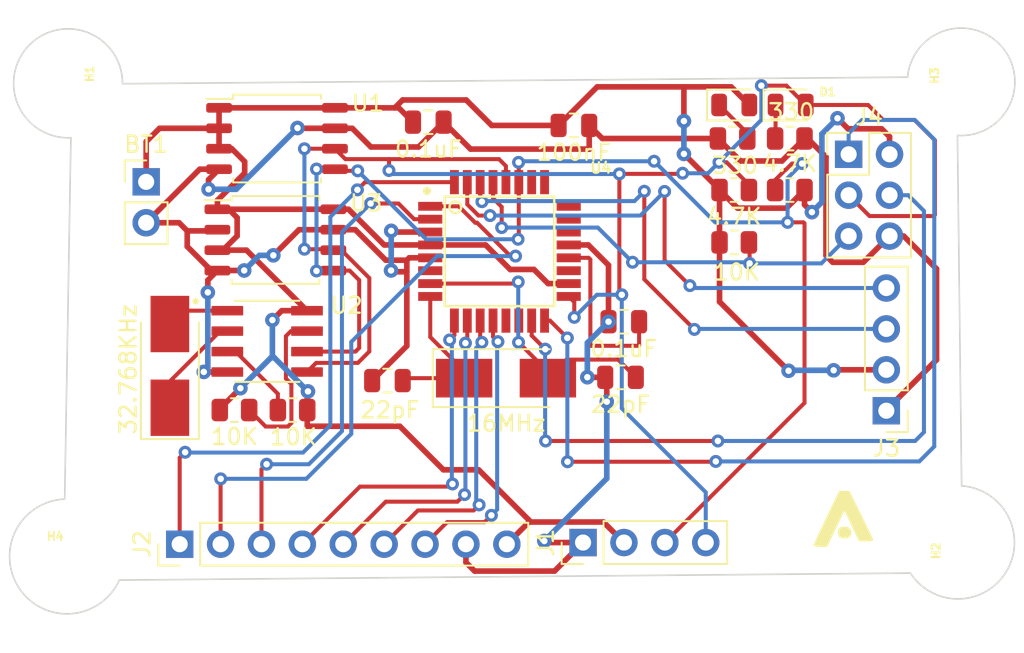
<source format=kicad_pcb>
(kicad_pcb (version 20211014) (generator pcbnew)
  (title_block (title "${project_name}") (date "2022-07-19"))
  (layers (0 "F.Cu" mixed) (31 "B.Cu" mixed) (34 "B.Paste" user) (35 "F.Paste" user) (36 "B.SilkS" user "B.Silkscreen") (37 "F.SilkS" user "F.Silkscreen") (38 "B.Mask" user) (39 "F.Mask" user) (44 "Edge.Cuts" user))
  (property "project_name" "MCU Datalogger with memory and clock")
  (net 0 "")
  (net 1 "GND")
  (net 2 "/Vcc")
  (net 3 "Net-(C2-Pad2)")
  (net 4 "Net-(C3-Pad1)")
  (net 5 "Net-(C4-Pad2)")
  (net 6 "Net-(D1-Pad1)")
  (net 7 "/SCK")
  (net 8 "Net-(D2-Pad1)")
  (net 9 "Net-(R1-Pad2)")
  (net 10 "Net-(R2-Pad2)")
  (net 11 "/SDA")
  (net 12 "/RESET")
  (net 13 "Net-(U2-Pad1)")
  (net 14 "Net-(U2-Pad2)")
  (net 15 "/D3")
  (net 16 "/D4")
  (net 18 "/D5")
  (net 19 "/D6")
  (net 20 "/D7")
  (net 21 "/D8")
  (net 24 "/MOSI")
  (net 25 "/MISO")
  (net 32 "/RX")
  (net 33 "/TX")
  (net 34 "/D2")
  (footprint "FootPrints:SOIC127P600X175-8N" (layer "F.Cu") (at 163.0658 76.962)
    (fp_text reference "U2")
    (fp_text value "DS1337S+")
  )
  (footprint "Capacitor_SMD:C_0805_2012Metric" (layer "F.Cu") (at 185.0136 79.1972)
    (fp_text reference "C2" hide)
    (fp_text value "22pF")
  )
  (footprint "Crystal:Crystal_SMD_5032-2Pin_5.0x3.2mm_HandSoldering" (layer "F.Cu") (at 157.0228 78.486 90)
    (fp_text reference "Y1" hide)
    (fp_text value "32.768KHz")
  )
  (footprint "FootPrints:QFP80P900X900X120-32N" (layer "F.Cu") (at 177.4952 71.374)
    (fp_text reference "U4")
    (fp_text value "ATMEGA328P-AU")
  )
  (footprint "Resistor_SMD:R_0805_2012Metric" (layer "F.Cu") (at 195.5292 64.3636 180)
    (fp_text reference "R5" hide)
    (fp_text value "330")
  )
  (footprint "Crystal:Crystal_SMD_5032-2Pin_5.0x3.2mm_HandSoldering" (layer "F.Cu") (at 177.9016 79.248)
    (fp_text reference "Y2" hide)
    (fp_text value "16MHz")
  )
  (footprint "MountingHole:MountingHole_2.1mm" (layer "F.Cu") (at 150.622 60.9092 -90)
    (fp_text reference "H1")
    (fp_text value "MountingHole")
  )
  (footprint "Resistor_SMD:R_0805_2012Metric" (layer "F.Cu") (at 161.036 81.2292)
    (fp_text reference "R2" hide)
    (fp_text value "10K")
  )
  (footprint "Capacitor_SMD:C_0805_2012Metric" (layer "F.Cu") (at 185.2168 75.7428)
    (fp_text reference "C4" hide)
    (fp_text value "0.1uF")
  )
  (footprint "Connector_PinHeader_2.54mm:PinHeader_1x04_P2.54mm_Vertical" (layer "F.Cu") (at 201.5236 81.27 180)
    (fp_text reference "J3")
    (fp_text value "Conn_01x04_Male")
  )
  (footprint "Resistor_SMD:R_0805_2012Metric" (layer "F.Cu") (at 192.0748 67.564)
    (fp_text reference "R3" hide)
    (fp_text value "4.7K")
  )
  (footprint "Capacitor_SMD:C_0805_2012Metric" (layer "F.Cu") (at 173.0756 63.3476)
    (fp_text reference "C1" hide)
    (fp_text value "0.1uF")
  )
  (footprint "ayprologo:logo_1" (layer "F.Cu") (at 198.92 87.74)
    (fp_text reference "REF**" hide)
    (fp_text value "logo_1")
  )
  (footprint "Capacitor_SMD:C_0805_2012Metric" (layer "F.Cu") (at 170.5356 79.4004 180)
    (fp_text reference "C3" hide)
    (fp_text value "22pF")
  )
  (footprint "MountingHole:MountingHole_2.1mm" (layer "F.Cu") (at 206.03 89.47 90)
    (fp_text reference "H2")
    (fp_text value "MountingHole")
  )
  (footprint "Connector_PinHeader_2.54mm:PinHeader_1x04_P2.54mm_Vertical" (layer "F.Cu") (at 182.6868 89.4588 90)
    (fp_text reference "J1")
    (fp_text value "Conn_01x04_Male")
  )
  (footprint "Connector_PinHeader_2.54mm:PinHeader_1x02_P2.54mm_Vertical" (layer "F.Cu") (at 155.5496 67.056)
    (fp_text reference "BT1")
    (fp_text value "Battery")
  )
  (footprint "MountingHole:MountingHole_2.1mm" (layer "F.Cu") (at 205.994 60.96 90)
    (fp_text reference "H3")
    (fp_text value "MountingHole")
  )
  (footprint "LED_SMD:LED_0805_2012Metric" (layer "F.Cu") (at 195.58 62.2808)
    (fp_text reference "D1")
    (fp_text value "LED" hide)
  )
  (footprint "Package_SO:SOIC-8_5.23x5.23mm_P1.27mm" (layer "F.Cu") (at 163.576 70.6628)
    (fp_text reference "U3")
    (fp_text value "24LC1025")
  )
  (footprint "Resistor_SMD:R_0805_2012Metric" (layer "F.Cu") (at 164.6428 81.2292 180)
    (fp_text reference "R1" hide)
    (fp_text value "10K")
  )
  (footprint "Capacitor_SMD:C_0805_2012Metric" (layer "F.Cu") (at 182.118 63.5508)
    (fp_text reference "C5" hide)
    (fp_text value "100nF")
  )
  (footprint "Resistor_SMD:R_0805_2012Metric" (layer "F.Cu") (at 195.5292 67.564 180)
    (fp_text reference "R4" hide)
    (fp_text value "4.7K")
  )
  (footprint "MountingHole:MountingHole_2.1mm" (layer "F.Cu") (at 150.52 90.45 -90)
    (fp_text reference "H4")
    (fp_text value "MountingHole")
  )
  (footprint "Resistor_SMD:R_0805_2012Metric" (layer "F.Cu") (at 191.9732 64.3636 180)
    (fp_text reference "R7" hide)
    (fp_text value "330")
  )
  (footprint "LED_SMD:LED_0805_2012Metric" (layer "F.Cu") (at 192.0748 62.2808)
    (fp_text reference "D2" hide)
    (fp_text value "LED" hide)
  )
  (footprint "Resistor_SMD:R_0805_2012Metric" (layer "F.Cu") (at 192.0748 70.8152)
    (fp_text reference "R6" hide)
    (fp_text value "10K")
  )
  (footprint "Connector_PinHeader_2.54mm:PinHeader_1x09_P2.54mm_Vertical" (layer "F.Cu") (at 157.6324 89.5604 90)
    (fp_text reference "J2")
    (fp_text value "Conn_01x09_Male")
  )
  (footprint "Connector_PinHeader_2.54mm:PinHeader_2x03_P2.54mm_Vertical" (layer "F.Cu") (at 199.1818 65.3438)
    (fp_text reference "J4")
    (fp_text value "Conn_02x03_Odd_Even")
  )
  (footprint "Package_SO:SOIC-8_5.23x5.23mm_P1.27mm" (layer "F.Cu") (at 163.6776 64.3636)
    (fp_text reference "U1")
    (fp_text value "24LC1025")
  )
  (gr_line (start 154.08208 60.960085) (end 202.844401 60.5536) (layer "Edge.Cuts") (width 0.1))
  (gr_arc (start 153.88 91.79) (mid 147.675544 92.314047) (end 150.49023 86.76) (layer "Edge.Cuts") (width 0.1))
  (gr_line (start 203.019225 91.356579) (end 153.88 91.79) (layer "Edge.Cuts") (width 0.1))
  (gr_arc (start 202.844401 60.5536) (mid 208.705925 58.673738) (end 205.940065 64.172954) (layer "Edge.Cuts") (width 0.1))
  (gr_arc (start 206.2 85.940001) (mid 208.997437 91.224941) (end 203.019225 91.356579) (layer "Edge.Cuts") (width 0.1))
  (gr_line (start 205.940065 64.172954) (end 206.2 85.940001) (layer "Edge.Cuts") (width 0.1))
  (gr_arc (start 150.876 64.3128) (mid 148.255704 58.597819) (end 154.08208 60.960085) (layer "Edge.Cuts") (width 0.1))
  (gr_line (start 150.49023 86.76) (end 150.876 64.3128) (layer "Edge.Cuts") (width 0.1))
  (segment (start 171.74 77.246) (end 171.74 72.64) (width 0.35) (layer "F.Cu") (net 1))
  (segment (start 204.64 78.11) (end 204.64 72.46) (width 0.35) (layer "F.Cu") (net 1))
  (segment (start 159.13 78.86) (end 159.137 78.867) (width 0.35) (layer "F.Cu") (net 1))
  (segment (start 158.877 66.2686) (end 155.5496 69.596) (width 0.35) (layer "F.Cu") (net 1))
  (segment (start 184.2668 75.7428) (end 184.2668 72.228982) (width 0.35) (layer "F.Cu") (net 1))
  (segment (start 168.539272 70.0278) (end 170.431472 71.92) (width 0.35) (layer "F.Cu") (net 1))
  (segment (start 196.6336 64.3636) (end 197.774869 65.504869) (width 0.35) (layer "F.Cu") (net 1))
  (segment (start 202.6038 70.4238) (end 201.7218 70.4238) (width 0.35) (layer "F.Cu") (net 1))
  (segment (start 167.2776 63.7286) (end 164.9686 63.7286) (width 0.35) (layer "F.Cu") (net 1))
  (segment (start 180.9156 91.23) (end 182.6868 89.4588) (width 0.35) (layer "F.Cu") (net 1))
  (segment (start 174.0256 63.3476) (end 174.0124 63.3476) (width 0.35) (layer "F.Cu") (net 1))
  (segment (start 160.0776 66.2686) (end 158.877 66.2686) (width 0.35) (layer "F.Cu") (net 1))
  (segment (start 159.426634 67.516634) (end 159.426634 66.919566) (width 0.35) (layer "F.Cu") (net 1))
  (segment (start 159.426634 66.919566) (end 160.0776 66.2686) (width 0.35) (layer "F.Cu") (net 1))
  (segment (start 175.95 91.23) (end 180.9156 91.23) (width 0.35) (layer "F.Cu") (net 1))
  (segment (start 192.4571 65.76) (end 195.0453 65.76) (width 0.35) (layer "F.Cu") (net 1))
  (segment (start 165.0422 70.0278) (end 163.45 71.62) (width 0.35) (layer "F.Cu") (net 1))
  (segment (start 200.0956 72.05) (end 201.7218 70.4238) (width 0.35) (layer "F.Cu") (net 1))
  (segment (start 204.64 72.46) (end 202.6038 70.4238) (width 0.35) (layer "F.Cu") (net 1))
  (segment (start 183.09 65.02) (end 175.698 65.02) (width 0.35) (layer "F.Cu") (net 1))
  (segment (start 182.6868 89.4588) (end 180.3788 89.4588) (width 0.35) (layer "F.Cu") (net 1))
  (segment (start 173.1952 70.174) (end 170.8445 70.174) (width 0.35) (layer "F.Cu") (net 1))
  (segment (start 161.64 72.56) (end 159.9838 72.56) (width 0.35) (layer "F.Cu") (net 1))
  (segment (start 172.47 64.89) (end 169.51 64.89) (width 0.35) (layer "F.Cu") (net 1))
  (segment (start 167.176 70.0278) (end 168.539272 70.0278) (width 0.35) (layer "F.Cu") (net 1))
  (segment (start 201.5236 81.2264) (end 204.64 78.11) (width 0.35) (layer "F.Cu") (net 1))
  (segment (start 159.596 72.5678) (end 158.1 71.0718) (width 0.35) (layer "F.Cu") (net 1))
  (segment (start 174.0124 63.3476) (end 172.47 64.89) (width 0.35) (layer "F.Cu") (net 1))
  (segment (start 164.9686 63.7286) (end 164.95 63.71) (width 0.35) (layer "F.Cu") (net 1))
  (segment (start 183.068 64.998) (end 183.09 65.02) (width 0.35) (layer "F.Cu") (net 1))
  (segment (start 167.176 70.0278) (end 165.0422 70.0278) (width 0.35) (layer "F.Cu") (net 1))
  (segment (start 195.0453 65.76) (end 196.052791 64.752509) (width 0.35) (layer "F.Cu") (net 1))
  (segment (start 184.2668 72.228982) (end 183.011818 70.974) (width 0.35) (layer "F.Cu") (net 1))
  (segment (start 170.84 72.64) (end 171.74 72.64) (width 0.35) (layer "F.Cu") (net 1))
  (segment (start 159.9038 70.1) (end 159.976 70.0278) (width 0.35) (layer "F.Cu") (net 1))
  (segment (start 191.0607 64.3636) (end 183.8808 64.3636) (width 0.35) (layer "F.Cu") (net 1))
  (segment (start 184.16 80.71) (end 184.16 79.2936) (width 0.35) (layer "F.Cu") (net 1))
  (segment (start 180.3788 89.4588) (end 180.28 89.36) (width 0.35) (layer "F.Cu") (net 1))
  (segment (start 175.698 65.02) (end 174.0256 63.3476) (width 0.35) (layer "F.Cu") (net 1))
  (segment (start 157.596 69.596) (end 158.1 70.1) (width 0.35) (layer "F.Cu") (net 1))
  (segment (start 169.51 64.89) (end 168.3486 63.7286) (width 0.35) (layer "F.Cu") (net 1))
  (segment (start 183.068 63.5508) (end 183.068 64.998) (width 0.35) (layer "F.Cu") (net 1))
  (segment (start 158.1 70.1) (end 159.9038 70.1) (width 0.35) (layer "F.Cu") (net 1))
  (segment (start 175.4124 90.6924) (end 175.95 91.23) (width 0.35) (layer "F.Cu") (net 1))
  (segment (start 197.774869 71.634869) (end 198.19 72.05) (width 0.35) (layer "F.Cu") (net 1))
  (segment (start 171.886 71.774) (end 173.1952 71.774) (width 0.35) (layer "F.Cu") (net 1))
  (segment (start 196.4417 64.3636) (end 196.6336 64.3636) (width 0.35) (layer "F.Cu") (net 1))
  (segment (start 191.0607 64.3636) (end 192.4571 65.76) (width 0.35) (layer "F.Cu") (net 1))
  (segment (start 170.8445 70.174) (end 170.77 70.0995) (width 0.35) (layer "F.Cu") (net 1))
  (segment (start 175.4124 89.5604) (end 175.4124 90.6924) (width 0.35) (layer "F.Cu") (net 1))
  (segment (start 184.0636 79.1972) (end 182.958302 79.1972) (width 0.35) (layer "F.Cu") (net 1))
  (segment (start 159.38 73.92) (end 159.38 73.1638) (width 0.35) (layer "F.Cu") (net 1))
  (segment (start 155.5496 69.596) (end 157.596 69.596) (width 0.35) (layer "F.Cu") (net 1))
  (segment (start 183.8808 64.3636) (end 183.068 63.5508) (width 0.35) (layer "F.Cu") (net 1))
  (segment (start 158.1 71.0718) (end 158.1 70.1) (width 0.35) (layer "F.Cu") (net 1))
  (segment (start 198.19 72.05) (end 200.0956 72.05) (width 0.35) (layer "F.Cu") (net 1))
  (segment (start 184.16 79.2936) (end 184.0636 79.1972) (width 0.35) (layer "F.Cu") (net 1))
  (segment (start 197.774869 65.504869) (end 197.774869 71.634869) (width 0.35) (layer "F.Cu") (net 1))
  (segment (start 159.38 73.1638) (end 159.976 72.5678) (width 0.35) (layer "F.Cu") (net 1))
  (segment (start 169.5856 79.4004) (end 171.74 77.246) (width 0.35) (layer "F.Cu") (net 1))
  (segment (start 183.011818 70.974) (end 181.7952 70.974) (width 0.35) (layer "F.Cu") (net 1))
  (segment (start 170.431472 71.92) (end 171.74 71.92) (width 0.35) (layer "F.Cu") (net 1))
  (segment (start 171.74 72.64) (end 171.74 71.92) (width 0.35) (layer "F.Cu") (net 1))
  (segment (start 182.958302 79.1972) (end 182.951102 79.19) (width 0.35) (layer "F.Cu") (net 1))
  (segment (start 201.5236 81.27) (end 201.5236 81.2264) (width 0.35) (layer "F.Cu") (net 1))
  (segment (start 159.976 72.5678) (end 159.596 72.5678) (width 0.35) (layer "F.Cu") (net 1))
  (segment (start 171.74 71.92) (end 171.886 71.774) (width 0.35) (layer "F.Cu") (net 1))
  (segment (start 170.76 72.56) (end 170.84 72.64) (width 0.35) (layer "F.Cu") (net 1))
  (segment (start 159.9838 72.56) (end 159.976 72.5678) (width 0.35) (layer "F.Cu") (net 1))
  (segment (start 168.3486 63.7286) (end 167.2776 63.7286) (width 0.35) (layer "F.Cu") (net 1))
  (segment (start 159.137 78.867) (end 160.5908 78.867) (width 0.35) (layer "F.Cu") (net 1))
  (via (at 164.95 63.71) (size 0.9) (drill 0.4) (layers "F.Cu" "B.Cu") (net 1))
  (via (at 180.28 89.36) (size 0.9) (drill 0.4) (layers "F.Cu" "B.Cu") (net 1))
  (via (at 184.2668 75.7428) (size 0.9) (drill 0.4) (layers "F.Cu" "B.Cu") (net 1))
  (via (at 170.76 72.56) (size 0.9) (drill 0.4) (layers "F.Cu" "B.Cu") (net 1))
  (via (at 159.38 73.92) (size 0.9) (drill 0.4) (layers "F.Cu" "B.Cu") (net 1))
  (via (at 159.13 78.86) (size 0.9) (drill 0.4) (layers "F.Cu" "B.Cu") (net 1))
  (via (at 170.77 70.0995) (size 0.9) (drill 0.4) (layers "F.Cu" "B.Cu") (net 1))
  (via (at 163.45 71.62) (size 0.9) (drill 0.4) (layers "F.Cu" "B.Cu") (net 1))
  (via (at 184.16 80.71) (size 0.9) (drill 0.4) (layers "F.Cu" "B.Cu") (net 1))
  (via (at 182.951102 79.19) (size 0.9) (drill 0.4) (layers "F.Cu" "B.Cu") (net 1))
  (via (at 159.426634 67.516634) (size 0.9) (drill 0.4) (layers "F.Cu" "B.Cu") (net 1))
  (via (at 161.64 72.56) (size 0.9) (drill 0.4) (layers "F.Cu" "B.Cu") (net 1))
  (segment (start 161.143366 67.516634) (end 159.426634 67.516634) (width 0.35) (layer "B.Cu") (net 1))
  (segment (start 162.58 71.62) (end 161.64 72.56) (width 0.35) (layer "B.Cu") (net 1))
  (segment (start 159.38 78.61) (end 159.38 73.92) (width 0.35) (layer "B.Cu") (net 1))
  (segment (start 184.16 85.48) (end 184.16 80.71) (width 0.35) (layer "B.Cu") (net 1))
  (segment (start 164.95 63.71) (end 161.143366 67.516634) (width 0.35) (layer "B.Cu") (net 1))
  (segment (start 170.77 70.0995) (end 170.77 72.55) (width 0.35) (layer "B.Cu") (net 1))
  (segment (start 159.13 78.86) (end 159.38 78.61) (width 0.35) (layer "B.Cu") (net 1))
  (segment (start 182.951102 79.19) (end 182.951102 77.058498) (width 0.35) (layer "B.Cu") (net 1))
  (segment (start 163.45 71.62) (end 162.58 71.62) (width 0.35) (layer "B.Cu") (net 1))
  (segment (start 170.77 72.55) (end 170.76 72.56) (width 0.35) (layer "B.Cu") (net 1))
  (segment (start 182.951102 77.058498) (end 184.2668 75.7428) (width 0.35) (layer "B.Cu") (net 1))
  (segment (start 180.28 89.36) (end 184.16 85.48) (width 0.35) (layer "B.Cu") (net 1))
  (segment (start 163.973 75.057) (end 165.5408 75.057) (width 0.35) (layer "F.Cu") (net 2))
  (segment (start 165.5553 81.2292) (end 165.5553 82.2347) (width 0.35) (layer "F.Cu") (net 2))
  (segment (start 160.319173 71.2978) (end 161.201 70.415973) (width 0.35) (layer "F.Cu") (net 2))
  (segment (start 195.3167 68.689) (end 196.4417 67.564) (width 0.35) (layer "F.Cu") (net 2))
  (segment (start 156.3814 63.7286) (end 160.0776 63.7286) (width 0.35) (layer "F.Cu") (net 2))
  (segment (start 183.9518 88.1838) (end 185.2268 89.4588) (width 0.35) (layer "F.Cu") (net 2))
  (segment (start 201.23 63.76) (end 201.7218 64.2518) (width 0.35) (layer "F.Cu") (net 2))
  (segment (start 165.5553 80.1147) (end 165.6 80.07) (width 0.35) (layer "F.Cu") (net 2))
  (segment (start 160.8686 64.9986) (end 160.0776 64.9986) (width 0.35) (layer "F.Cu") (net 2))
  (segment (start 198.28 78.73) (end 198.25 78.76) (width 0.35) (layer "F.Cu") (net 2))
  (segment (start 198.49 63.1053) (end 199.1447 63.76) (width 0.35) (layer "F.Cu") (net 2))
  (segment (start 161.67 65.8) (end 160.8686 64.9986) (width 0.35) (layer "F.Cu") (net 2))
  (segment (start 174.01 84.94) (end 176.2 84.94) (width 0.35) (layer "F.Cu") (net 2))
  (segment (start 160.1235 81.2292) (end 160.1235 81.152659) (width 0.35) (layer "F.Cu") (net 2))
  (segment (start 191.8873 61.1558) (end 188.9658 61.1558) (width 0.35) (layer "F.Cu") (net 2))
  (segment (start 188.9658 61.1558) (end 183.563 61.1558) (width 0.35) (layer "F.Cu") (net 2))
  (segment (start 168.1178 68.7578) (end 167.176 68.7578) (width 0.35) (layer "F.Cu") (net 2))
  (segment (start 160.6778 68.7578) (end 159.976 68.7578) (width 0.35) (layer "F.Cu") (net 2))
  (segment (start 176.2 84.94) (end 179.329 88.069) (width 0.35) (layer "F.Cu") (net 2))
  (segment (start 199.1447 63.76) (end 201.23 63.76) (width 0.35) (layer "F.Cu") (net 2))
  (segment (start 160.0776 64.9986) (end 160.0776 63.7286) (width 0.35) (layer "F.Cu") (net 2))
  (segment (start 195.45 78.79) (end 191.1623 74.5023) (width 0.35) (layer "F.Cu") (net 2))
  (segment (start 160.1235 81.152659) (end 161.403442 79.872717) (width 0.35) (layer "F.Cu") (net 2))
  (segment (start 191.1623 74.5023) (end 191.1623 70.8152) (width 0.35) (layer "F.Cu") (net 2))
  (segment (start 196.4417 68.477299) (end 196.899869 68.935468) (width 0.35) (layer "F.Cu") (net 2))
  (segment (start 177.0108 63.5508) (end 175.43 61.97) (width 0.35) (layer "F.Cu") (net 2))
  (segment (start 180.514 73.374) (end 181.7952 73.374) (width 0.35) (layer "F.Cu") (net 2))
  (segment (start 159.976 71.2978) (end 160.319173 71.2978) (width 0.35) (layer "F.Cu") (net 2))
  (segment (start 171.3047 82.2347) (end 174.01 84.94) (width 0.35) (layer "F.Cu") (net 2))
  (segment (start 159.976 68.204) (end 161.67 66.51) (width 0.35) (layer "F.Cu") (net 2))
  (segment (start 171.48 61.97) (end 170.9914 62.4586) (width 0.35) (layer "F.Cu") (net 2))
  (segment (start 173.1952 70.974) (end 176.634 70.974) (width 0.35) (layer "F.Cu") (net 2))
  (segment (start 159.976 68.7578) (end 167.176 68.7578) (width 0.35) (layer "F.Cu") (net 2))
  (segment (start 159.976 68.7578) (end 159.976 68.204) (width 0.35) (layer "F.Cu") (net 2))
  (segment (start 191.1623 70.8152) (end 191.1623 67.564) (width 0.35) (layer "F.Cu") (net 2))
  (segment (start 165.5553 81.2292) (end 165.5553 80.1147) (width 0.35) (layer "F.Cu") (net 2))
  (segment (start 170.334 70.974) (end 168.1178 68.7578) (width 0.35) (layer "F.Cu") (net 2))
  (segment (start 201.7218 64.2518) (end 201.7218 65.3438) (width 0.35) (layer "F.Cu") (net 2))
  (segment (start 170.9914 62.4586) (end 167.2776 62.4586) (width 0.35) (layer "F.Cu") (net 2))
  (segment (start 179.329 88.069) (end 179.329 88.1838) (width 0.35) (layer "F.Cu") (net 2))
  (segment (start 161.201 69.281) (end 160.6778 68.7578) (width 0.35) (layer "F.Cu") (net 2))
  (segment (start 163.39 75.64) (end 163.973 75.057) (width 0.35) (layer "F.Cu") (net 2))
  (segment (start 161.201 70.415973) (end 161.201 69.281) (width 0.35) (layer "F.Cu") (net 2))
  (segment (start 179.329 88.1838) (end 183.9518 88.1838) (width 0.35) (layer "F.Cu") (net 2))
  (segment (start 191.1623 67.5323) (end 188.95 65.32) (width 0.35) (layer "F.Cu") (net 2))
  (segment (start 188.95 63.28) (end 188.95 61.1716) (width 0.35) (layer "F.Cu") (net 2))
  (segment (start 181.168 63.5508) (end 177.0108 63.5508) (width 0.35) (layer "F.Cu") (net 2))
  (segment (start 183.563 61.1558) (end 181.168 63.5508) (width 0.35) (layer "F.Cu") (net 2))
  (segment (start 165.5553 82.2347) (end 171.3047 82.2347) (width 0.35) (layer "F.Cu") (net 2))
  (segment (start 176.634 70.974) (end 178.16 72.5) (width 0.35) (layer "F.Cu") (net 2))
  (segment (start 171.2366 62.4586) (end 170.9914 62.4586) (width 0.35) (layer "F.Cu") (net 2))
  (segment (start 192.2873 68.689) (end 191.1623 67.564) (width 0.35) (layer "F.Cu") (net 2))
  (segment (start 155.5496 67.056) (end 155.5496 64.5604) (width 0.35) (layer "F.Cu") (net 2))
  (segment (start 188.95 61.1716) (end 188.9658 61.1558) (width 0.35) (layer "F.Cu") (net 2))
  (segment (start 155.5496 64.5604) (end 156.3814 63.7286) (width 0.35) (layer "F.Cu") (net 2))
  (segment (start 165.5408 75.057) (end 161.7816 71.2978) (width 0.35) (layer "F.Cu") (net 2))
  (segment (start 177.9524 89.5604) (end 179.329 88.1838) (width 0.35) (layer "F.Cu") (net 2))
  (segment (start 175.43 61.97) (end 171.48 61.97) (width 0.35) (layer "F.Cu") (net 2))
  (segment (start 179.635 72.495) (end 180.514 73.374) (width 0.35) (layer "F.Cu") (net 2))
  (segment (start 178.165 72.495) (end 179.635 72.495) (width 0.35) (layer "F.Cu") (net 2))
  (segment (start 193.0123 62.2808) (end 191.8873 61.1558) (width 0.35) (layer "F.Cu") (net 2))
  (segment (start 192.2873 68.689) (end 195.3167 68.689) (width 0.35) (layer "F.Cu") (net 2))
  (segment (start 178.16 72.5) (end 178.165 72.495) (width 0.35) (layer "F.Cu") (net 2))
  (segment (start 173.1952 70.974) (end 170.334 70.974) (width 0.35) (layer "F.Cu") (net 2))
  (segment (start 201.5236 78.73) (end 198.28 78.73) (width 0.35) (layer "F.Cu") (net 2))
  (segment (start 191.1623 67.564) (end 191.1623 67.5323) (width 0.35) (layer "F.Cu") (net 2))
  (segment (start 161.7816 71.2978) (end 159.976 71.2978) (width 0.35) (layer "F.Cu") (net 2))
  (segment (start 167.2776 62.4586) (end 160.0776 62.4586) (width 0.35) (layer "F.Cu") (net 2))
  (segment (start 160.0776 62.4586) (end 160.0776 63.7286) (width 0.35) (layer "F.Cu") (net 2))
  (segment (start 196.4417 67.564) (end 196.4417 68.477299) (width 0.35) (layer "F.Cu") (net 2))
  (segment (start 172.1256 63.3476) (end 171.2366 62.4586) (width 0.35) (layer "F.Cu") (net 2))
  (segment (start 161.67 66.51) (end 161.67 65.8) (width 0.35) (layer "F.Cu") (net 2))
  (via (at 195.45 78.79) (size 0.9) (drill 0.4) (layers "F.Cu" "B.Cu") (net 2))
  (via (at 188.95 65.32) (size 0.9) (drill 0.4) (layers "F.Cu" "B.Cu") (net 2))
  (via (at 188.95 63.28) (size 0.9) (drill 0.4) (layers "F.Cu" "B.Cu") (net 2))
  (via (at 198.49 63.1053) (size 0.9) (drill 0.4) (layers "F.Cu" "B.Cu") (net 2))
  (via (at 165.6 80.07) (size 0.9) (drill 0.4) (layers "F.Cu" "B.Cu") (net 2))
  (via (at 198.25 78.76) (size 0.9) (drill 0.4) (layers "F.Cu" "B.Cu") (net 2))
  (via (at 196.899869 68.935468) (size 0.9) (drill 0.4) (layers "F.Cu" "B.Cu") (net 2))
  (via (at 163.39 75.64) (size 0.9) (drill 0.4) (layers "F.Cu" "B.Cu") (net 2))
  (via (at 161.403442 79.872717) (size 0.9) (drill 0.4) (layers "F.Cu" "B.Cu") (net 2))
  (segment (start 197.52 68.315337) (end 197.52 66.82) (width 0.35) (layer "B.Cu") (net 2))
  (segment (start 197.52 66.82) (end 197.52 64.0753) (width 0.35) (layer "B.Cu") (net 2))
  (segment (start 163.39 77.86) (end 163.39 75.64) (width 0.35) (layer "B.Cu") (net 2))
  (segment (start 197.52 64.0753) (end 198.49 63.1053) (width 0.35) (layer "B.Cu") (net 2))
  (segment (start 163.51 77.98) (end 163.39 77.86) (width 0.35) (layer "B.Cu") (net 2))
  (segment (start 198.25 78.76) (end 195.48 78.76) (width 0.35) (layer "B.Cu") (net 2))
  (segment (start 195.48 78.76) (end 195.45 78.79) (width 0.35) (layer "B.Cu") (net 2))
  (segment (start 196.899869 68.935468) (end 197.52 68.315337) (width 0.35) (layer "B.Cu") (net 2))
  (segment (start 163.296159 77.98) (end 163.51 77.98) (width 0.35) (layer "B.Cu") (net 2))
  (segment (start 188.95 65.32) (end 188.95 63.28) (width 0.35) (layer "B.Cu") (net 2))
  (segment (start 165.6 80.07) (end 163.51 77.98) (width 0.35) (layer "B.Cu") (net 2))
  (segment (start 161.403442 79.872717) (end 163.296159 77.98) (width 0.35) (layer "B.Cu") (net 2))
  (segment (start 180.5016 79.248) (end 181.6524 78.0972) (width 0.25) (layer "F.Cu") (net 3))
  (segment (start 173.1952 73.374) (end 178.556 73.374) (width 0.25) (layer "F.Cu") (net 3))
  (segment (start 178.556 73.374) (end 178.66 73.27) (width 0.25) (layer "F.Cu") (net 3))
  (segment (start 184.8636 78.0972) (end 185.9636 79.1972) (width 0.25) (layer "F.Cu") (net 3))
  (segment (start 180.5016 78.845102) (end 180.5016 79.248) (width 0.25) (layer "F.Cu") (net 3))
  (segment (start 181.6524 78.0972) (end 184.8636 78.0972) (width 0.25) (layer "F.Cu") (net 3))
  (segment (start 178.68 77.023502) (end 180.5016 78.845102) (width 0.25) (layer "F.Cu") (net 3))
  (via (at 178.68 77.023502) (size 0.8) (drill 0.4) (layers "F.Cu" "B.Cu") (net 3))
  (via (at 178.66 73.27) (size 0.8) (drill 0.4) (layers "F.Cu" "B.Cu") (net 3))
  (segment (start 178.66 77.003502) (end 178.68 77.023502) (width 0.25) (layer "B.Cu") (net 3))
  (segment (start 178.66 73.27) (end 178.66 77.003502) (width 0.25) (layer "B.Cu") (net 3))
  (segment (start 175.3016 78.8016) (end 173.1952 76.6952) (width 0.25) (layer "F.Cu") (net 4))
  (segment (start 171.4856 79.4004) (end 171.638 79.248) (width 0.25) (layer "F.Cu") (net 4))
  (segment (start 171.638 79.248) (end 175.3016 79.248) (width 0.25) (layer "F.Cu") (net 4))
  (segment (start 175.3016 79.248) (end 175.3016 78.8016) (width 0.25) (layer "F.Cu") (net 4))
  (segment (start 173.1952 76.6952) (end 173.1952 74.174) (width 0.25) (layer "F.Cu") (net 4))
  (segment (start 183.14 71.88) (end 183.034 71.774) (width 0.25) (layer "F.Cu") (net 5))
  (segment (start 183.17 77.24) (end 183.14 77.21) (width 0.25) (layer "F.Cu") (net 5))
  (segment (start 183.14 77.21) (end 183.14 71.88) (width 0.25) (layer "F.Cu") (net 5))
  (segment (start 186.15 77.24) (end 183.17 77.24) (width 0.25) (layer "F.Cu") (net 5))
  (segment (start 186.1668 77.2232) (end 186.15 77.24) (width 0.25) (layer "F.Cu") (net 5))
  (segment (start 183.034 71.774) (end 181.7952 71.774) (width 0.25) (layer "F.Cu") (net 5))
  (segment (start 186.1668 75.7428) (end 186.1668 77.2232) (width 0.25) (layer "F.Cu") (net 5))
  (segment (start 194.6167 62.3066) (end 194.6425 62.2808) (width 0.35) (layer "F.Cu") (net 6))
  (segment (start 194.6425 64.3378) (end 194.6167 64.3636) (width 0.25) (layer "F.Cu") (net 6))
  (segment (start 194.6425 62.2808) (end 194.6425 64.3378) (width 0.25) (layer "F.Cu") (net 6))
  (segment (start 167.2776 64.9986) (end 165.3814 64.9986) (width 0.25) (layer "F.Cu") (net 7))
  (segment (start 167.9226 65.6436) (end 167.2776 64.9986) (width 0.25) (layer "F.Cu") (net 7))
  (segment (start 177.4648 65.6436) (end 170.6364 65.6436) (width 0.25) (layer "F.Cu") (net 7))
  (segment (start 170.6364 66.3431) (end 170.63 66.3495) (width 0.25) (layer "F.Cu") (net 7))
  (segment (start 177.8952 67.074) (end 177.8952 66.074) (width 0.25) (layer "F.Cu") (net 7))
  (segment (start 204.54 69.1) (end 204.46 69.18) (width 0.25) (layer "F.Cu") (net 7))
  (segment (start 165.3814 64.9986) (end 165.38 65) (width 0.25) (layer "F.Cu") (net 7))
  (segment (start 200.391212 62.2808) (end 201.320412 63.21) (width 0.25) (layer "F.Cu") (net 7))
  (segment (start 184.94 66.56) (end 188.83 66.56) (width 0.25) (layer "F.Cu") (net 7))
  (segment (start 191.6 65.84) (end 192.9873 67.2273) (width 0.25) (layer "F.Cu") (net 7))
  (segment (start 184.94 73.9187) (end 185.0913 74.07) (width 0.25) (layer "F.Cu") (net 7))
  (segment (start 170.6364 65.6436) (end 170.6364 66.3431) (width 0.25) (layer "F.Cu") (net 7))
  (segment (start 182.14 74.5188) (end 181.7952 74.174) (width 0.25) (layer "F.Cu") (net 7))
  (segment (start 203.27 63.21) (end 204.54 64.48) (width 0.25) (layer "F.Cu") (net 7))
  (segment (start 167.6778 71.2978) (end 167.176 71.2978) (width 0.25) (layer "F.Cu") (net 7))
  (segment (start 177.8952 66.074) (end 177.4648 65.6436) (width 0.25) (layer "F.Cu") (net 7))
  (segment (start 196.5175 62.2808) (end 200.391212 62.2808) (width 0.25) (layer "F.Cu") (net 7))
  (segment (start 184.94 66.56) (end 184.94 73.9187) (width 0.25) (layer "F.Cu") (net 7))
  (segment (start 166.1074 78.3004) (end 168.6996 78.3004) (width 0.25) (layer "F.Cu") (net 7))
  (segment (start 195.3167 61.08) (end 196.5175 62.2808) (width 0.25) (layer "F.Cu") (net 7))
  (segment (start 201.320412 63.21) (end 203.27 63.21) (width 0.25) (layer "F.Cu") (net 7))
  (segment (start 168.6996 78.3004) (end 169.41 77.59) (width 0.25) (layer "F.Cu") (net 7))
  (segment (start 182.14 75.47) (end 182.14 74.5188) (width 0.25) (layer "F.Cu") (net 7))
  (segment (start 169.41 73.03) (end 167.6778 71.2978) (width 0.25) (layer "F.Cu") (net 7))
  (segment (start 192.9873 67.2273) (end 192.9873 67.564) (width 0.25) (layer "F.Cu") (net 7))
  (segment (start 204.46 69.18) (end 200.478 69.18) (width 0.25) (layer "F.Cu") (net 7))
  (segment (start 170.6364 65.6436) (end 167.9226 65.6436) (width 0.25) (layer "F.Cu") (net 7))
  (segment (start 165.5408 78.867) (end 166.1074 78.3004) (width 0.25) (layer "F.Cu") (net 7))
  (segment (start 167.1182 71.24) (end 167.176 71.2978) (width 0.25) (layer "F.Cu") (net 7))
  (segment (start 192.9873 67.564) (end 192.9873 67.597017) (width 0.25) (layer "F.Cu") (net 7))
  (segment (start 188.83 66.56) (end 188.869119 66.520881) (width 0.25) (layer "F.Cu") (net 7))
  (segment (start 169.41 77.59) (end 169.41 73.03) (width 0.25) (layer "F.Cu") (net 7))
  (segment (start 200.478 69.18) (end 199.1818 67.8838) (width 0.25) (layer "F.Cu") (net 7))
  (segment (start 193.76 61.08) (end 195.3167 61.08) (width 0.25) (layer "F.Cu") (net 7))
  (segment (start 204.54 64.48) (end 204.54 69.1) (width 0.25) (layer "F.Cu") (net 7))
  (segment (start 165.38 71.24) (end 167.1182 71.24) (width 0.25) (layer "F.Cu") (net 7))
  (segment (start 191.13 65.84) (end 191.6 65.84) (width 0.25) (layer "F.Cu") (net 7))
  (via (at 184.94 66.56) (size 0.8) (drill 0.4) (layers "F.Cu" "B.Cu") (net 7))
  (via (at 185.0913 74.07) (size 0.8) (drill 0.4) (layers "F.Cu" "B.Cu") (net 7))
  (via (at 188.869119 66.520881) (size 0.8) (drill 0.4) (layers "F.Cu" "B.Cu") (net 7))
  (via (at 170.63 66.3495) (size 0.8) (drill 0.4) (layers "F.Cu" "B.Cu") (net 7))
  (via (at 193.76 61.08) (size 0.8) (drill 0.4) (layers "F.Cu" "B.Cu") (net 7))
  (via (at 182.14 75.47) (size 0.8) (drill 0.4) (layers "F.Cu" "B.Cu") (net 7))
  (via (at 165.38 65) (size 0.8) (drill 0.4) (layers "F.Cu" "B.Cu") (net 7))
  (via (at 165.38 71.24) (size 0.8) (drill 0.4) (layers "F.Cu" "B.Cu") (net 7))
  (via (at 191.13 65.84) (size 0.8) (drill 0.4) (layers "F.Cu" "B.Cu") (net 7))
  (segment (start 190.449119 66.520881) (end 188.869119 66.520881) (width 0.25) (layer "B.Cu") (net 7))
  (segment (start 183.54 74.07) (end 182.14 75.47) (width 0.25) (layer "B.Cu") (net 7))
  (segment (start 185.0913 74.07) (end 183.54 74.07) (width 0.25) (layer "B.Cu") (net 7))
  (segment (start 170.85 66.5695) (end 184.9305 66.5695) (width 0.25) (layer "B.Cu") (net 7))
  (segment (start 191.13 65.84) (end 190.449119 66.520881) (width 0.25) (layer "B.Cu") (net 7))
  (segment (start 190.3068 86.3368) (end 185.0918 81.1218) (width 0.25) (layer "B.Cu") (net 7))
  (segment (start 185.0918 74.0705) (end 185.0913 74.07) (width 0.25) (layer "B.Cu") (net 7))
  (segment (start 170.63 66.3495) (end 170.85 66.5695) (width 0.25) (layer "B.Cu") (net 7))
  (segment (start 185.0918 81.1218) (end 185.0918 74.0705) (width 0.25) (layer "B.Cu") (net 7))
  (segment (start 184.9305 66.5695) (end 184.94 66.56) (width 0.25) (layer "B.Cu") (net 7))
  (segment (start 165.38 65) (end 165.38 71.24) (width 0.25) (layer "B.Cu") (net 7))
  (segment (start 193.76 63.21) (end 193.76 61.08) (width 0.25) (layer "B.Cu") (net 7))
  (segment (start 191.13 65.84) (end 193.76 63.21) (width 0.25) (layer "B.Cu") (net 7))
  (segment (start 190.3068 89.4588) (end 190.3068 86.3368) (width 0.25) (layer "B.Cu") (net 7))
  (segment (start 192.8857 64.0292) (end 192.8857 64.3636) (width 0.25) (layer "F.Cu") (net 8))
  (segment (start 191.1373 62.2808) (end 192.8857 64.0292) (width 0.25) (layer "F.Cu") (net 8))
  (segment (start 163.7303 81.2292) (end 163.7303 80.220363) (width 0.25) (layer "F.Cu") (net 9))
  (segment (start 163.7303 80.220363) (end 161.106937 77.597) (width 0.25) (layer "F.Cu") (net 9))
  (segment (start 161.106937 77.597) (end 160.5908 77.597) (width 0.25) (layer "F.Cu") (net 9))
  (segment (start 161.9485 81.2292) (end 162.9735 82.2542) (width 0.25) (layer "F.Cu") (net 10))
  (segment (start 164.57 79.611626) (end 164.2308 79.272426) (width 0.25) (layer "F.Cu") (net 10))
  (segment (start 162.9735 82.2542) (end 164.351683 82.2542) (width 0.25) (layer "F.Cu") (net 10))
  (segment (start 164.2308 79.272426) (end 164.2308 76.6392) (width 0.25) (layer "F.Cu") (net 10))
  (segment (start 164.543 76.327) (end 165.5408 76.327) (width 0.25) (layer "F.Cu") (net 10))
  (segment (start 164.2308 76.6392) (end 164.543 76.327) (width 0.25) (layer "F.Cu") (net 10))
  (segment (start 164.57 82.035883) (end 164.57 79.611626) (width 0.25) (layer "F.Cu") (net 10))
  (segment (start 164.351683 82.2542) (end 164.57 82.035883) (width 0.25) (layer "F.Cu") (net 10))
  (segment (start 196.29 65.92) (end 195.663118 65.92) (width 0.25) (layer "F.Cu") (net 11))
  (segment (start 167.379 66.37) (end 167.2776 66.2686) (width 0.25) (layer "F.Cu") (net 11))
  (segment (start 165.5408 77.597) (end 168.553 77.597) (width 0.25) (layer "F.Cu") (net 11))
  (segment (start 195.25 66.31) (end 194.6167 66.9433) (width 0.25) (layer "F.Cu") (net 11))
  (segment (start 168.69 66.37) (end 167.379 66.37) (width 0.25) (layer "F.Cu") (net 11))
  (segment (start 178.6952 67.074) (end 178.6952 65.8597) (width 0.25) (layer "F.Cu") (net 11))
  (segment (start 168.78 77.37) (end 168.78 73.16) (width 0.25) (layer "F.Cu") (net 11))
  (segment (start 168.78 73.16) (end 168.1878 72.5678) (width 0.25) (layer "F.Cu") (net 11))
  (segment (start 178.6952 65.8597) (end 178.68 65.8445) (width 0.25) (layer "F.Cu") (net 11))
  (segment (start 195.273118 66.31) (end 195.25 66.31) (width 0.25) (layer "F.Cu") (net 11))
  (segment (start 178.6952 67.074) (end 178.6952 70.5748) (width 0.25) (layer "F.Cu") (net 11))
  (segment (start 195.663118 65.92) (end 195.273118 66.31) (width 0.25) (layer "F.Cu") (net 11))
  (segment (start 196.4417 80.7839) (end 187.7668 89.4588) (width 0.25) (layer "F.Cu") (net 11))
  (segment (start 195.39 69.57) (end 196.3734 69.57) (width 0.25) (layer "F.Cu") (net 11))
  (segment (start 196.3734 69.57) (end 196.4417 69.6383) (width 0.25) (layer "F.Cu") (net 11))
  (segment (start 166.13 72.59) (end 167.1538 72.59) (width 0.25) (layer "F.Cu") (net 11))
  (segment (start 167.1538 72.59) (end 167.176 72.5678) (width 0.25) (layer "F.Cu") (net 11))
  (segment (start 167.2776 66.2686) (end 166.1386 66.2686) (width 0.25) (layer "F.Cu") (net 11))
  (segment (start 168.553 77.597) (end 168.78 77.37) (width 0.25) (layer "F.Cu") (net 11))
  (segment (start 196.4417 69.6383) (end 196.4417 80.7839) (width 0.25) (layer "F.Cu") (net 11))
  (segment (start 166.1386 66.2686) (end 166.13 66.26) (width 0.25) (layer "F.Cu") (net 11))
  (segment (start 178.6952 70.5748) (end 178.65 70.62) (width 0.25) (layer "F.Cu") (net 11))
  (segment (start 168.1878 72.5678) (end 167.176 72.5678) (width 0.25) (layer "F.Cu") (net 11))
  (segment (start 194.6167 66.9433) (end 194.6167 67.564) (width 0.25) (layer "F.Cu") (net 11))
  (via (at 166.13 72.59) (size 0.8) (drill 0.4) (layers "F.Cu" "B.Cu") (net 11))
  (via (at 195.39 69.57) (size 0.8) (drill 0.4) (layers "F.Cu" "B.Cu") (net 11))
  (via (at 187.098701 65.775061) (size 0.8) (drill 0.4) (layers "F.Cu" "B.Cu") (net 11))
  (via (at 166.13 66.26) (size 0.8) (drill 0.4) (layers "F.Cu" "B.Cu") (net 11))
  (via (at 196.29 65.92) (size 0.8) (drill 0.4) (layers "F.Cu" "B.Cu") (net 11))
  (via (at 168.69 66.37) (size 0.8) (drill 0.4) (layers "F.Cu" "B.Cu") (net 11))
  (via (at 178.65 70.62) (size 0.8) (drill 0.4) (layers "F.Cu" "B.Cu") (net 11))
  (via (at 178.68 65.8445) (size 0.8) (drill 0.4) (layers "F.Cu" "B.Cu") (net 11))
  (segment (start 196.29 65.92) (end 195.39 66.82) (width 0.25) (layer "B.Cu") (net 11))
  (segment (start 188.144119 66.821186) (end 190.892933 69.57) (width 0.25) (layer "B.Cu") (net 11))
  (segment (start 187.098701 65.775061) (end 187.105061 65.775061) (width 0.25) (layer "B.Cu") (net 11))
  (segment (start 178.65 70.62) (end 172.94 70.62) (width 0.25) (layer "B.Cu") (net 11))
  (segment (start 172.94 70.62) (end 168.69 66.37) (width 0.25) (layer "B.Cu") (net 11))
  (segment (start 190.892933 69.57) (end 195.39 69.57) (width 0.25) (layer "B.Cu") (net 11))
  (segment (start 187.105061 65.775061) (end 188.144119 66.814119) (width 0.25) (layer "B.Cu") (net 11))
  (segment (start 178.749439 65.775061) (end 187.098701 65.775061) (width 0.25) (layer "B.Cu") (net 11))
  (segment (start 166.13 66.26) (end 166.13 72.59) (width 0.25) (layer "B.Cu") (net 11))
  (segment (start 188.144119 66.814119) (end 188.144119 66.821186) (width 0.25) (layer "B.Cu") (net 11))
  (segment (start 178.68 65.8445) (end 178.749439 65.775061) (width 0.25) (layer "B.Cu") (net 11))
  (segment (start 195.39 66.82) (end 195.39 69.57) (width 0.25) (layer "B.Cu") (net 11))
  (segment (start 193.03 72.12) (end 193.03 70.8579) (width 0.25) (layer "F.Cu") (net 12))
  (segment (start 193.03 70.8579) (end 192.9873 70.8152) (width 0.25) (layer "F.Cu") (net 12))
  (segment (start 177.632397 68.611197) (end 177.0952 68.074) (width 0.25) (layer "F.Cu") (net 12))
  (segment (start 177.0952 68.074) (end 177.0952 67.074) (width 0.25) (layer "F.Cu") (net 12))
  (segment (start 177.632397 69.8955) (end 177.632397 68.611197) (width 0.25) (layer "F.Cu") (net 12))
  (via (at 177.632397 69.8955) (size 0.8) (drill 0.4) (layers "F.Cu" "B.Cu") (net 12))
  (via (at 185.76 72.05) (size 0.8) (drill 0.4) (layers "F.Cu" "B.Cu") (net 12))
  (via (at 193.03 72.12) (size 0.8) (drill 0.4) (layers "F.Cu" "B.Cu") (net 12))
  (segment (start 177.632397 69.8955) (end 183.6055 69.8955) (width 0.25) (layer "B.Cu") (net 12))
  (segment (start 192.96 72.05) (end 193.03 72.12) (width 0.25) (layer "B.Cu") (net 12))
  (segment (start 183.6055 69.8955) (end 185.76 72.05) (width 0.25) (layer "B.Cu") (net 12))
  (segment (start 197.4856 72.12) (end 199.1818 70.4238) (width 0.25) (layer "B.Cu") (net 12))
  (segment (start 185.76 72.05) (end 192.96 72.05) (width 0.25) (layer "B.Cu") (net 12))
  (segment (start 193.03 72.12) (end 197.4856 72.12) (width 0.25) (layer "B.Cu") (net 12))
  (segment (start 157.0228 75.886) (end 157.8518 75.057) (width 0.25) (layer "F.Cu") (net 13))
  (segment (start 157.8518 75.057) (end 160.5908 75.057) (width 0.25) (layer "F.Cu") (net 13))
  (segment (start 157.0228 81.086) (end 157.0228 79.449574) (width 0.25) (layer "F.Cu") (net 14))
  (segment (start 160.145374 76.327) (end 160.5908 76.327) (width 0.25) (layer "F.Cu") (net 14))
  (segment (start 157.0228 79.449574) (end 160.145374 76.327) (width 0.25) (layer "F.Cu") (net 14))
  (segment (start 176.105195 69.595) (end 178.177185 71.66699) (width 0.25) (layer "F.Cu") (net 15))
  (segment (start 178.177185 71.66699) (end 178.49301 71.66699) (width 0.25) (layer "F.Cu") (net 15))
  (segment (start 175.989695 69.595) (end 176.105195 69.595) (width 0.25) (layer "F.Cu") (net 15))
  (segment (start 160.1724 85.5076) (end 160.1724 89.5604) (width 0.25) (layer "F.Cu") (net 15))
  (segment (start 173.1952 68.574) (end 174.968695 68.574) (width 0.25) (layer "F.Cu") (net 15))
  (segment (start 174.968695 68.574) (end 175.989695 69.595) (width 0.25) (layer "F.Cu") (net 15))
  (segment (start 160.18 85.5) (end 160.1724 85.5076) (width 0.25) (layer "F.Cu") (net 15))
  (via (at 178.49301 71.66699) (size 0.8) (drill 0.4) (layers "F.Cu" "B.Cu") (net 15))
  (via (at 160.18 85.5) (size 0.8) (drill 0.4) (layers "F.Cu" "B.Cu") (net 15))
  (segment (start 166.06 84.94) (end 165.5 85.5) (width 0.25) (layer "B.Cu") (net 15))
  (segment (start 168.29 82.71) (end 166.06 84.94) (width 0.25) (layer "B.Cu") (net 15))
  (segment (start 168.29 82.51) (end 168.29 82.71) (width 0.25) (layer "B.Cu") (net 15))
  (segment (start 168.29 77) (end 168.29 82.51) (width 0.25) (layer "B.Cu") (net 15))
  (segment (start 165.5 85.5) (end 160.18 85.5) (width 0.25) (layer "B.Cu") (net 15))
  (segment (start 178.49301 71.66699) (end 173.62301 71.66699) (width 0.25) (layer "B.Cu") (net 15))
  (segment (start 173.62301 71.66699) (end 168.31 76.98) (width 0.25) (layer "B.Cu") (net 15))
  (segment (start 168.31 76.98) (end 168.29 77) (width 0.25) (layer "B.Cu") (net 15))
  (segment (start 162.7124 84.9121) (end 162.7124 89.5604) (width 0.25) (layer "F.Cu") (net 16))
  (segment (start 163.03 84.5945) (end 162.7124 84.9121) (width 0.25) (layer "F.Cu") (net 16))
  (segment (start 172.1952 69.374) (end 171.2212 68.4) (width 0.25) (layer "F.Cu") (net 16))
  (segment (start 173.1952 69.374) (end 172.1952 69.374) (width 0.25) (layer "F.Cu") (net 16))
  (segment (start 171.2212 68.4) (end 169.49 68.4) (width 0.25) (layer "F.Cu") (net 16))
  (via (at 163.03 84.5945) (size 0.8) (drill 0.4) (layers "F.Cu" "B.Cu") (net 16))
  (via (at 169.49 68.4) (size 0.8) (drill 0.4) (layers "F.Cu" "B.Cu") (net 16))
  (segment (start 167.71 82.54) (end 167.71 70.18) (width 0.25) (layer "B.Cu") (net 16))
  (segment (start 165.6555 84.5945) (end 167.71 82.54) (width 0.25) (layer "B.Cu") (net 16))
  (segment (start 167.71 70.18) (end 169.49 68.4) (width 0.25) (layer "B.Cu") (net 16))
  (segment (start 163.03 84.5945) (end 165.6555 84.5945) (width 0.25) (layer "B.Cu") (net 16))
  (segment (start 174.410223 85.984294) (end 168.828506 85.984294) (width 0.25) (layer "F.Cu") (net 18))
  (segment (start 174.6952 76.579578) (end 174.399688 76.87509) (width 0.25) (layer "F.Cu") (net 18))
  (segment (start 174.6952 75.674) (end 174.6952 76.579578) (width 0.25) (layer "F.Cu") (net 18))
  (segment (start 174.574848 85.819669) (end 174.410223 85.984294) (width 0.25) (layer "F.Cu") (net 18))
  (segment (start 168.828506 85.984294) (end 165.2524 89.5604) (width 0.25) (layer "F.Cu") (net 18))
  (via (at 174.399688 76.87509) (size 0.8) (drill 0.4) (layers "F.Cu" "B.Cu") (net 18))
  (via (at 174.574848 85.819669) (size 0.8) (drill 0.4) (layers "F.Cu" "B.Cu") (net 18))
  (segment (start 174.537005 77.012407) (end 174.399688 76.87509) (width 0.25) (layer "B.Cu") (net 18))
  (segment (start 174.537005 85.781826) (end 174.537005 77.012407) (width 0.25) (layer "B.Cu") (net 18))
  (segment (start 174.574848 85.819669) (end 174.537005 85.781826) (width 0.25) (layer "B.Cu") (net 18))
  (segment (start 175.3255 86.479614) (end 174.885114 86.92) (width 0.25) (layer "F.Cu") (net 19))
  (segment (start 170.4328 86.92) (end 167.7924 89.5604) (width 0.25) (layer "F.Cu") (net 19))
  (segment (start 175.4952 76.9548) (end 175.38 77.07) (width 0.25) (layer "F.Cu") (net 19))
  (segment (start 175.4952 75.674) (end 175.4952 76.9548) (width 0.25) (layer "F.Cu") (net 19))
  (segment (start 174.885114 86.92) (end 170.4328 86.92) (width 0.25) (layer "F.Cu") (net 19))
  (via (at 175.38 77.07) (size 0.8) (drill 0.4) (layers "F.Cu" "B.Cu") (net 19))
  (via (at 175.3255 86.479614) (size 0.8) (drill 0.4) (layers "F.Cu" "B.Cu") (net 19))
  (segment (start 175.3255 86.479614) (end 175.38 86.425114) (width 0.25) (layer "B.Cu") (net 19))
  (segment (start 175.38 86.425114) (end 175.38 77.07) (width 0.25) (layer "B.Cu") (net 19))
  (segment (start 176.2952 75.674) (end 176.2952 76.920682) (width 0.25) (layer "F.Cu") (net 20))
  (segment (start 172.4273 87.4655) (end 170.3324 89.5604) (width 0.25) (layer "F.Cu") (net 20))
  (segment (start 175.885904 87.4655) (end 172.4273 87.4655) (width 0.25) (layer "F.Cu") (net 20))
  (segment (start 176.23098 87.120424) (end 175.885904 87.4655) (width 0.25) (layer "F.Cu") (net 20))
  (segment (start 176.2952 76.920682) (end 176.399199 77.024681) (width 0.25) (layer "F.Cu") (net 20))
  (via (at 176.399199 77.024681) (size 0.8) (drill 0.4) (layers "F.Cu" "B.Cu") (net 20))
  (via (at 176.23098 87.120424) (size 0.8) (drill 0.4) (layers "F.Cu" "B.Cu") (net 20))
  (segment (start 176.23098 87.120424) (end 176.05 86.939444) (width 0.25) (layer "B.Cu") (net 20))
  (segment (start 176.05 86.939444) (end 176.05 77.37388) (width 0.25) (layer "B.Cu") (net 20))
  (segment (start 176.05 77.37388) (end 176.399199 77.024681) (width 0.25) (layer "B.Cu") (net 20))
  (segment (start 177.0952 75.674) (end 177.0952 76.678163) (width 0.25) (layer "F.Cu") (net 21))
  (segment (start 177.0952 76.678163) (end 177.397733 76.980696) (width 0.25) (layer "F.Cu") (net 21))
  (segment (start 174.2428 88.19) (end 172.8724 89.5604) (width 0.25) (layer "F.Cu") (net 21))
  (segment (start 176.992807 87.767437) (end 176.570244 88.19) (width 0.25) (layer "F.Cu") (net 21))
  (segment (start 176.570244 88.19) (end 174.2428 88.19) (width 0.25) (layer "F.Cu") (net 21))
  (via (at 176.992807 87.767437) (size 0.8) (drill 0.4) (layers "F.Cu" "B.Cu") (net 21))
  (via (at 177.397733 76.980696) (size 0.8) (drill 0.4) (layers "F.Cu" "B.Cu") (net 21))
  (segment (start 177.35 77.028429) (end 177.397733 76.980696) (width 0.25) (layer "B.Cu") (net 21))
  (segment (start 176.992807 87.767437) (end 177.35 87.410244) (width 0.25) (layer "B.Cu") (net 21))
  (segment (start 177.35 87.410244) (end 177.35 77.028429) (width 0.25) (layer "B.Cu") (net 21))
  (segment (start 180.36 83.15) (end 191.06 83.15) (width 0.25) (layer "F.Cu") (net 24))
  (segment (start 179.4952 75.674) (end 179.4952 76.603698) (width 0.25) (layer "F.Cu") (net 24))
  (segment (start 179.4952 76.603698) (end 180.34 77.448498) (width 0.25) (layer "F.Cu") (net 24))
  (via (at 180.36 83.15) (size 0.8) (drill 0.4) (layers "F.Cu" "B.Cu") (net 24))
  (via (at 180.34 77.448498) (size 0.8) (drill 0.4) (layers "F.Cu" "B.Cu") (net 24))
  (via (at 191.06 83.15) (size 0.8) (drill 0.4) (layers "F.Cu" "B.Cu") (net 24))
  (segment (start 202.8838 67.8838) (end 201.7218 67.8838) (width 0.25) (layer "B.Cu") (net 24))
  (segment (start 180.33 77.458498) (end 180.34 77.448498) (width 0.25) (layer "B.Cu") (net 24))
  (segment (start 203.86 68.86) (end 202.8838 67.8838) (width 0.25) (layer "B.Cu") (net 24))
  (segment (start 203.86 82.6) (end 203.86 68.86) (width 0.25) (layer "B.Cu") (net 24))
  (segment (start 180.33 83.12) (end 180.33 77.458498) (width 0.25) (layer "B.Cu") (net 24))
  (segment (start 180.36 83.15) (end 180.33 83.12) (width 0.25) (layer "B.Cu") (net 24))
  (segment (start 191.06 83.15) (end 203.31 83.15) (width 0.25) (layer "B.Cu") (net 24))
  (segment (start 203.31 83.15) (end 203.86 82.6) (width 0.25) (layer "B.Cu") (net 24))
  (segment (start 180.634 75.674) (end 181.71 76.75) (width 0.25) (layer "F.Cu") (net 25))
  (segment (start 190.91 84.44) (end 190.93 84.42) (width 0.25) (layer "F.Cu") (net 25))
  (segment (start 181.72 84.44) (end 190.91 84.44) (width 0.25) (layer "F.Cu") (net 25))
  (segment (start 180.2952 75.674) (end 180.634 75.674) (width 0.25) (layer "F.Cu") (net 25))
  (via (at 181.71 76.75) (size 0.8) (drill 0.4) (layers "F.Cu" "B.Cu") (net 25))
  (via (at 190.93 84.42) (size 0.8) (drill 0.4) (layers "F.Cu" "B.Cu") (net 25))
  (via (at 181.72 84.44) (size 0.8) (drill 0.4) (layers "F.Cu" "B.Cu") (net 25))
  (segment (start 181.72 84.44) (end 181.71 84.43) (width 0.25) (layer "B.Cu") (net 25))
  (segment (start 200.02 63.21) (end 199.1818 64.0482) (width 0.25) (layer "B.Cu") (net 25))
  (segment (start 199.1818 64.0482) (end 199.1818 65.3438) (width 0.25) (layer "B.Cu") (net 25))
  (segment (start 203.57 84.42) (end 204.5 83.49) (width 0.25) (layer "B.Cu") (net 25))
  (segment (start 204.5 64.42) (end 203.29 63.21) (width 0.25) (layer "B.Cu") (net 25))
  (segment (start 190.93 84.42) (end 203.57 84.42) (width 0.25) (layer "B.Cu") (net 25))
  (segment (start 204.5 83.49) (end 204.5 64.42) (width 0.25) (layer "B.Cu") (net 25))
  (segment (start 181.71 84.43) (end 181.71 76.75) (width 0.25) (layer "B.Cu") (net 25))
  (segment (start 203.29 63.21) (end 200.02 63.21) (width 0.25) (layer "B.Cu") (net 25))
  (segment (start 176.2952 68.179495) (end 176.2952 67.074) (width 0.25) (layer "F.Cu") (net 32))
  (segment (start 186.49 73.11) (end 189.6 76.22) (width 0.25) (layer "F.Cu") (net 32))
  (segment (start 176.402723 68.287018) (end 176.2952 68.179495) (width 0.25) (layer "F.Cu") (net 32))
  (segment (start 186.49 67.64) (end 186.49 73.11) (width 0.25) (layer "F.Cu") (net 32))
  (via (at 186.49 67.64) (size 0.8) (drill 0.4) (layers "F.Cu" "B.Cu") (net 32))
  (via (at 189.6 76.22) (size 0.8) (drill 0.4) (layers "F.Cu" "B.Cu") (net 32))
  (via (at 176.402723 68.287018) (size 0.8) (drill 0.4) (layers "F.Cu" "B.Cu") (net 32))
  (segment (start 185.88 68.25) (end 176.439741 68.25) (width 0.25) (layer "B.Cu") (net 32))
  (segment (start 186.49 67.64) (end 185.88 68.25) (width 0.25) (layer "B.Cu") (net 32))
  (segment (start 189.6 76.22) (end 189.63 76.19) (width 0.25) (layer "B.Cu") (net 32))
  (segment (start 176.439741 68.25) (end 176.402723 68.287018) (width 0.25) (layer "B.Cu") (net 32))
  (segment (start 189.63 76.19) (end 201.5236 76.19) (width 0.25) (layer "B.Cu") (net 32))
  (segment (start 176.189459 69.149459) (end 176.907897 69.149459) (width 0.25) (layer "F.Cu") (net 33))
  (segment (start 187.75 71.93) (end 189.32 73.5) (width 0.25) (layer "F.Cu") (net 33))
  (segment (start 175.4952 68.4552) (end 176.189459 69.149459) (width 0.25) (layer "F.Cu") (net 33))
  (segment (start 187.75 67.65) (end 187.75 71.93) (width 0.25) (layer "F.Cu") (net 33))
  (segment (start 175.4952 67.074) (end 175.4952 68.4552) (width 0.25) (layer "F.Cu") (net 33))
  (via (at 187.75 67.65) (size 0.8) (drill 0.4) (layers "F.Cu" "B.Cu") (net 33))
  (via (at 189.32 73.5) (size 0.8) (drill 0.4) (layers "F.Cu" "B.Cu") (net 33))
  (via (at 176.907897 69.149459) (size 0.8) (drill 0.4) (layers "F.Cu" "B.Cu") (net 33))
  (segment (start 186.250541 69.149459) (end 176.907897 69.149459) (width 0.25) (layer "B.Cu") (net 33))
  (segment (start 189.32 73.5) (end 189.47 73.65) (width 0.25) (layer "B.Cu") (net 33))
  (segment (start 189.47 73.65) (end 201.5236 73.65) (width 0.25) (layer "B.Cu") (net 33))
  (segment (start 187.75 67.65) (end 186.250541 69.149459) (width 0.25) (layer "B.Cu") (net 33))
  (segment (start 169.146 67.074) (end 168.67 67.55) (width 0.25) (layer "F.Cu") (net 34))
  (segment (start 174.6952 67.074) (end 169.146 67.074) (width 0.25) (layer "F.Cu") (net 34))
  (segment (start 157.97 83.85) (end 157.6324 84.1876) (width 0.25) (layer "F.Cu") (net 34))
  (segment (start 157.6324 84.1876) (end 157.6324 89.5604) (width 0.25) (layer "F.Cu") (net 34))
  (via (at 168.67 67.55) (size 0.8) (drill 0.4) (layers "F.Cu" "B.Cu") (net 34))
  (via (at 157.97 83.85) (size 0.8) (drill 0.4) (layers "F.Cu" "B.Cu") (net 34))
  (segment (start 166.99 82.17) (end 166.99 69.23) (width 0.25) (layer "B.Cu") (net 34))
  (segment (start 165.29 83.87) (end 166.99 82.17) (width 0.25) (layer "B.Cu") (net 34))
  (segment (start 157.97 83.85) (end 157.99 83.87) (width 0.25) (layer "B.Cu") (net 34))
  (segment (start 166.99 69.23) (end 168.67 67.55) (width 0.25) (layer "B.Cu") (net 34))
  (segment (start 157.99 83.87) (end 165.29 83.87) (width 0.25) (layer "B.Cu") (net 34))
)
</source>
